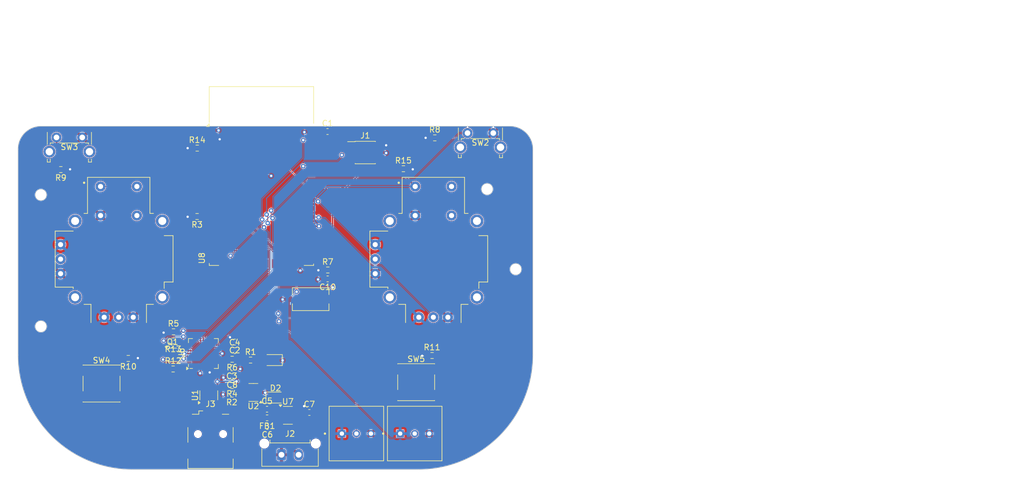
<source format=kicad_pcb>
(kicad_pcb (version 20240108) (generator "pcbnew") (generator_version "8.0")
  (layers (0 "F.Cu" signal) (1 "In1.Cu" signal) (2 "In2.Cu" signal) (31 "B.Cu" signal) (34 "B.Paste" user) (35 "F.Paste" user) (36 "B.SilkS" user "B.Silkscreen") (37 "F.SilkS" user "F.Silkscreen") (38 "B.Mask" user) (39 "F.Mask" user) (44 "Edge.Cuts" user))
  (net 0 "")
  (net 1 "VIN")
  (net 2 "GND")
  (net 3 "BT")
  (net 4 "+3.3V")
  (net 5 "EN")
  (net 6 "Net-(D1-A)")
  (net 7 "RX")
  (net 8 "TX")
  (net 9 "Net-(U2-PROG)")
  (net 10 "IO13")
  (net 11 "IO15")
  (net 12 "IO12")
  (net 13 "Net-(U7-EN)")
  (net 14 "IO35")
  (net 15 "+5V")
  (net 16 "Net-(D2-A)")
  (net 17 "Net-(D2-K)")
  (net 18 "Net-(J3-D+)")
  (net 19 "IO5")
  (net 20 "IO6")
  (net 21 "Net-(J3-D-)")
  (net 22 "Net-(Q1A-E1)")
  (net 23 "Net-(Q1B-E2)")
  (net 24 "Net-(Q1A-B1)")
  (net 25 "Net-(Q1B-B2)")
  (net 26 "Net-(U6-~{RST})")
  (net 27 "USBN")
  (net 28 "USBP")
  (net 41 "IO10")
  (net 42 "IO11")
  (net 43 "IO40")
  (net 44 "IO38")
  (net 45 "IO37")
  (net 46 "IO8")
  (net 47 "IO7")
  (net 48 "IO17")
  (net 49 "IO18")
  (net 50 "IO9")
  (net 67 "/STDEsp32/GPIO14")
  (net 71 "/STDEsp32/GPIO2")
  (net 73 "/STDEsp32/GPIO16")
  (net 79 "/STDEsp32/GPIO4")
  (footprint "Resistor_SMD:R_0603_1608Metric" (layer "F.Cu") (at 58.2625 119.3 180)
    (property "Reference" "R13")
    (property "Value" "10k")
  )
  (footprint "GL_Diverse:POT-COM_09806" (layer "F.Cu") (at 100.49 135.5)
    (property "Reference" "POT1" (hide yes))
    (property "Value" "COM-09806" (hide yes))
  )
  (footprint "Package_TO_SOT_SMD:SOT-363_SC-70-6" (layer "F.Cu") (at 58.1675 121.725)
    (property "Reference" "Q1")
    (property "Value" "BC846BS")
  )
  (footprint "Button_Switch_SMD:SW_SPST_PTS645" (layer "F.Cu") (at 100.75 126.515)
    (property "Reference" "SW5")
    (property "Value" "SW_Push")
  )
  (footprint "GL_Diverse:POT-COM-09032" (layer "F.Cu") (at 103.75 105)
    (property "Reference" "U4" (hide yes))
    (property "Value" "COM-09032" (hide yes))
  )
  (footprint "Package_TO_SOT_SMD:SOT-23-5" (layer "F.Cu") (at 72.2875 128.3 180)
    (property "Reference" "U2")
    (property "Value" "MCP73832-2-OT")
  )
  (footprint "Resistor_SMD:R_0603_1608Metric" (layer "F.Cu") (at 68.525 128.6 180)
    (property "Reference" "R2")
    (property "Value" "2k")
  )
  (footprint "Capacitor_SMD:C_0603_1608Metric" (layer "F.Cu") (at 68.525 124 180)
    (property "Reference" "C3")
    (property "Value" "1uF")
  )
  (footprint "RF_Module:ESP32-S2-WROVER" (layer "F.Cu") (at 73.7 94.3)
    (property "Reference" "U8")
    (property "Value" "ESP32-S2-WROVER")
  )
  (footprint "LED_SMD:LED_0805_2012Metric" (layer "F.Cu") (at 76.1625 129.2)
    (property "Reference" "D2")
    (property "Value" "Chrg")
  )
  (footprint "Resistor_SMD:R_0603_1608Metric" (layer "F.Cu") (at 62.45 97.55 180)
    (property "Reference" "R3")
    (property "Value" "4.7k")
  )
  (footprint "LED_SMD:LED_0805_2012Metric" (layer "F.Cu") (at 75.6625 122.65 180)
    (property "Reference" "D1" (hide yes))
    (property "Value" "PWR ON" (hide yes))
  )
  (footprint "Inductor_SMD:L_0603_1608Metric" (layer "F.Cu") (at 74.6875 132.74 180)
    (property "Reference" "FB1")
    (property "Value" "Ferrite Bead")
  )
  (footprint "Button_Switch_THT:SW_Tactile_SPST_Angled_PTS645Vx39-2LFS" (layer "F.Cu") (at 37.875 83.7275)
    (property "Reference" "SW3")
    (property "Value" "SW_Push")
  )
  (footprint "Resistor_SMD:R_0603_1608Metric" (layer "F.Cu") (at 85.3 106.9)
    (property "Reference" "R7")
    (property "Value" "4.7k")
  )
  (footprint "Capacitor_SMD:C_0603_1608Metric" (layer "F.Cu") (at 85.25 82.7)
    (property "Reference" "C1")
    (property "Value" "0.1uf")
  )
  (footprint "Capacitor_SMD:C_0603_1608Metric" (layer "F.Cu") (at 85.275 108.45 180)
    (property "Reference" "C10")
    (property "Value" "0.1uf")
  )
  (footprint "Resistor_SMD:R_0603_1608Metric" (layer "F.Cu") (at 58.325 117.7)
    (property "Reference" "R5")
    (property "Value" "10K")
  )
  (footprint "Resistor_SMD:R_0603_1608Metric" (layer "F.Cu") (at 58.2625 124.2)
    (property "Reference" "R12")
    (property "Value" "10k")
  )
  (footprint "Connector_USB:USB_Mini-B_Wuerth_65100516121_Horizontal" (layer "F.Cu") (at 64.8 135.575)
    (property "Reference" "J3")
    (property "Value" "USB_A")
  )
  (footprint "Package_TO_SOT_SMD:SOT-23-5" (layer "F.Cu") (at 78.325 132.3)
    (property "Reference" "U7")
    (property "Value" "AP2112K-3.3")
  )
  (footprint "Resistor_SMD:R_0603_1608Metric" (layer "F.Cu") (at 98.5125 89.2)
    (property "Reference" "R15")
    (property "Value" "4.7k")
  )
  (footprint "Resistor_SMD:R_0603_1608Metric" (layer "F.Cu") (at 62.475 85.6)
    (property "Reference" "R14")
    (property "Value" "10K")
  )
  (footprint "Connector_Molex:Molex_Micro-Fit_3.0_43650-0215_1x02_P3.00mm_Vertical" (layer "F.Cu") (at 77.2 139.2)
    (property "Reference" "J2")
    (property "Value" "Bat")
  )
  (footprint "Capacitor_SMD:C_0603_1608Metric" (layer "F.Cu") (at 69.025 121)
    (property "Reference" "C4")
    (property "Value" "10u")
  )
  (footprint "Resistor_SMD:R_0603_1608Metric" (layer "F.Cu") (at 104 83.8)
    (property "Reference" "R8")
    (property "Value" "4.7k")
  )
  (footprint "Resistor_SMD:R_0603_1608Metric" (layer "F.Cu") (at 38.6375 89.35 180)
    (property "Reference" "R9")
    (property "Value" "4.7k")
  )
  (footprint "Button_Switch_SMD:SW_Tactile_SPST_NO_Straight_CK_PTS636Sx25SMTRLFS" (layer "F.Cu") (at 82.3 112)
    (property "Reference" "BT3" (hide yes))
    (property "Value" "SW_Push" (hide yes))
  )
  (footprint "Capacitor_SMD:C_0603_1608Metric" (layer "F.Cu") (at 74.675 131.24)
    (property "Reference" "C5")
    (property "Value" "10nF")
  )
  (footprint "Capacitor_SMD:C_0603_1608Metric" (layer "F.Cu") (at 69.025 119.5 180)
    (property "Reference" "C2")
    (property "Value" "100n")
  )
  (footprint "Package_DFN_QFN:QFN-28-1EP_5x5mm_P0.5mm_EP3.35x3.35mm" (layer "F.Cu") (at 63.55 121.5 90)
    (property "Reference" "U6")
    (property "Value" "CP2102N-Axx-xQFN28")
  )
  (footprint "Button_Switch_SMD:SW_SPST_PTS645" (layer "F.Cu") (at 45.75 126.75)
    (property "Reference" "SW4")
    (property "Value" "SW_Push")
  )
  (footprint "Capacitor_SMD:C_0603_1608Metric" (layer "F.Cu") (at 68.575 125.55 180)
    (property "Reference" "C8")
    (property "Value" "1uF")
  )
  (footprint "Resistor_SMD:R_0603_1608Metric" (layer "F.Cu") (at 71.8 122.65)
    (property "Reference" "R1")
    (property "Value" "330")
  )
  (footprint "GL_Diverse:POT-COM-09032" (layer "F.Cu") (at 48.75 105)
    (property "Reference" "U5" (hide yes))
    (property "Value" "COM-09032" (hide yes))
  )
  (footprint "Resistor_SMD:R_0603_1608Metric" (layer "F.Cu") (at 103.525 121.85)
    (property "Reference" "R11")
    (property "Value" "4.7k")
  )
  (footprint "Capacitor_SMD:C_0603_1608Metric" (layer "F.Cu") (at 74.725 134.25 180)
    (property "Reference" "C6")
    (property "Value" "1uF")
  )
  (footprint "Capacitor_SMD:C_0603_1608Metric" (layer "F.Cu") (at 82.075 131.8)
    (property "Reference" "C7")
    (property "Value" "1uF")
  )
  (footprint "Resistor_SMD:R_0603_1608Metric" (layer "F.Cu") (at 50.425 122.35 180)
    (property "Reference" "R10")
    (property "Value" "4.7k")
  )
  (footprint "Package_TO_SOT_SMD:SOT-23-6" (layer "F.Cu") (at 64.5 128.8 90)
    (property "Reference" "U1")
    (property "Value" "USBLC6-2SC6")
  )
  (footprint "Resistor_SMD:R_0603_1608Metric" (layer "F.Cu") (at 68.575 122.5 180)
    (property "Reference" "R6")
    (property "Value" "1k")
  )
  (footprint "Button_Switch_THT:SW_Tactile_SPST_Angled_PTS645Vx39-2LFS" (layer "F.Cu") (at 109.725 82.9625)
    (property "Reference" "SW2")
    (property "Value" "SW_Push")
  )
  (footprint "Resistor_SMD:R_0603_1608Metric" (layer "F.Cu") (at 68.55 127.1 180)
    (property "Reference" "R4")
    (property "Value" "330")
  )
  (footprint "GL_Diverse:POT-COM_09806" (layer "F.Cu") (at 90.3 135.5)
    (property "Reference" "POT2" (hide yes))
    (property "Value" "COM-09806" (hide yes))
  )
  (footprint "Connector_PinHeader_1.27mm:PinHeader_2x03_P1.27mm_Vertical_SMD" (layer "F.Cu") (at 91.85 86.37)
    (property "Reference" "J1")
    (property "Value" "Prog")
  )
  (gr_circle (center 118.15 106.765) (end 119.15 106.765) (stroke (width 0.1)) (fill none) (layer "Edge.Cuts"))
  (gr_line (start 121.15 121.765) (end 121.15 85.765) (stroke (width 0.1)) (layer "Edge.Cuts"))
  (gr_arc (start 121.15 121.765) (mid 115.292136 135.907136) (end 101.15 141.765) (stroke (width 0.1)) (layer "Edge.Cuts"))
  (gr_arc (start 31.15 85.765) (mid 32.321573 82.936573) (end 35.15 81.765) (stroke (width 0.1)) (layer "Edge.Cuts"))
  (gr_arc (start 117.15 81.765) (mid 119.978427 82.936573) (end 121.15 85.765) (stroke (width 0.1)) (layer "Edge.Cuts"))
  (gr_arc (start 51.15 141.765) (mid 37.007864 135.907136) (end 31.15 121.765) (stroke (width 0.1)) (layer "Edge.Cuts"))
  (gr_line (start 35.15 81.765) (end 117.15 81.765) (stroke (width 0.1)) (layer "Edge.Cuts"))
  (gr_circle (center 113.15 92.765) (end 114.15 92.765) (stroke (width 0.1)) (fill none) (layer "Edge.Cuts"))
  (gr_circle (center 35.15 93.765) (end 36.15 93.765) (stroke (width 0.1)) (fill none) (layer "Edge.Cuts"))
  (gr_circle (center 35.15 116.765) (end 36.15 116.765) (stroke (width 0.1)) (fill none) (layer "Edge.Cuts"))
  (gr_line (start 31.15 85.765) (end 31.15 121.765) (stroke (width 0.1)) (layer "Edge.Cuts"))
  (gr_line (start 51.15 141.765) (end 101.15 141.765) (stroke (width 0.1)) (layer "Edge.Cuts"))
  (segment (start 73.9 131.24) (end 72.0395 129.3795) (width 0.254) (layer "F.Cu") (net 1))
  (segment (start 76.075 135.075) (end 73.480592 135.075) (width 0.5) (layer "F.Cu") (net 1))
  (segment (start 73.480592 135.075) (end 73.15 134.744408) (width 0.5) (layer "F.Cu") (net 1))
  (segment (start 73.15 133.49) (end 73.9 132.74) (width 0.5) (layer "F.Cu") (net 1))
  (segment (start 72.0395 129.3795) (end 72.0395 128.485684) (width 0.254) (layer "F.Cu") (net 1))
  (segment (start 80.2 139.2) (end 76.075 135.075) (width 0.5) (layer "F.Cu") (net 1))
  (segment (start 73.175184 127.35) (end 73.425 127.35) (width 0.254) (layer "F.Cu") (net 1))
  (segment (start 73.15 134.744408) (end 73.15 133.49) (width 0.5) (layer "F.Cu") (net 1))
  (segment (start 73.9 132.74) (end 73.9 131.24) (width 0.254) (layer "F.Cu") (net 1))
  (segment (start 72.0395 128.485684) (end 73.175184 127.35) (width 0.254) (layer "F.Cu") (net 1))
  (segment (start 83.7 108.45) (end 83.6 108.55) (width 0.254) (layer "F.Cu") (net 2))
  (segment (start 93.8 86.37) (end 95.42 86.37) (width 0.254) (layer "F.Cu") (net 2))
  (segment (start 74.3 128.3) (end 74.35 128.35) (width 0.254) (layer "F.Cu") (net 2))
  (segment (start 66 121.5) (end 63.55 121.5) (width 0.127) (layer "F.Cu") (net 2))
  (segment (start 67.7 128.6) (end 67.05 128.6) (width 0.254) (layer "F.Cu") (net 2))
  (segment (start 82.4 82.7) (end 82.325 82.625) (width 0.254) (layer "F.Cu") (net 2))
  (segment (start 63.05 124.8865) (end 62.9865 124.95) (width 0.127) (layer "F.Cu") (net 2))
  (segment (start 69.3 124) (end 69.8 124) (width 0.254) (layer "F.Cu") (net 2))
  (segment (start 78.425 112) (end 77.45 112) (width 0.254) (layer "F.Cu") (net 2))
  (segment (start 81.375 82.625) (end 81.2 82.8) (width 0.254) (layer "F.Cu") (net 2))
  (segment (start 67.05 128.6) (end 67 128.65) (width 0.254) (layer "F.Cu") (net 2))
  (segment (start 63.05 122) (end 63.55 121.5) (width 0.127) (layer "F.Cu") (net 2))
  (segment (start 63.05 123.95) (end 63.05 124.8865) (width 0.127) (layer "F.Cu") (net 2))
  (segment (start 80.45 106.95) (end 80.5 107) (width 0.254) (layer "F.Cu") (net 2))
  (segment (start 84.5 108.45) (end 83.7 108.45) (width 0.254) (layer "F.Cu") (net 2))
  (segment (start 67.8 125.55) (end 67.2 125.55) (width 0.254) (layer "F.Cu") (net 2))
  (segment (start 65.075 82.525) (end 66.175 82.525) (width 0.254) (layer "F.Cu") (net 2))
  (segment (start 66.175 82.525) (end 66.2 82.5) (width 0.254) (layer "F.Cu") (net 2))
  (segment (start 80.45 105.775) (end 80.45 106.95) (width 0.254) (layer "F.Cu") (net 2))
  (segment (start 72.51 90.565) (end 75.285 90.565) (width 0.254) (layer "F.Cu") (net 2))
  (segment (start 63.05 123.95) (end 63.05 122) (width 0.127) (layer "F.Cu") (net 2))
  (segment (start 77.1875 132.3) (end 76.51 132.3) (width 0.254) (layer "F.Cu") (net 2))
  (segment (start 74.8105 131.8795) (end 75.45 131.24) (width 0.254) (layer "F.Cu") (net 2))
  (segment (start 77.45 112) (end 77.4 112.05) (width 0.254) (layer "F.Cu") (net 2))
  (segment (start 66 121.5) (end 66.85 121.5) (width 0.127) (layer "F.Cu") (net 2))
  (segment (start 82.325 82.625) (end 81.375 82.625) (width 0.254) (layer "F.Cu") (net 2))
  (segment (start 95.42 86.37) (end 95.5 86.45) (width 0.254) (layer "F.Cu") (net 2))
  (segment (start 73.95 134.25) (end 74.8105 133.3895) (width 0.254) (layer "F.Cu") (net 2))
  (segment (start 73.425 128.3) (end 74.3 128.3) (width 0.254) (layer "F.Cu") (net 2))
  (segment (start 69.8 124) (end 70 124.2) (width 0.254) (layer "F.Cu") (net 2))
  (segment (start 77.35 122.65) (end 77.4 122.7) (width 0.5) (layer "F.Cu") (net 2))
  (segment (start 76.51 132.3) (end 75.45 131.24) (width 0.254) (layer "F.Cu") (net 2))
  (segment (start 67.2 125.55) (end 67.05 125.7) (width 0.254) (layer "F.Cu") (net 2))
  (segment (start 75.285 90.565) (end 75.4 90.45) (width 0.254) (layer "F.Cu") (net 2))
  (segment (start 74.8105 133.3895) (end 74.8105 131.8795) (width 0.254) (layer "F.Cu") (net 2))
  (segment (start 76.6 122.65) (end 77.35 122.65) (width 0.5) (layer "F.Cu") (net 2))
  (segment (start 84.475 82.7) (end 82.4 82.7) (width 0.254) (layer "F.Cu") (net 2))
  (via (at 66.2 82.5) (size 0.8) (drill 0.4) (layers "F.Cu" "B.Cu") (net 2))
  (via (at 81.2 82.8) (size 0.8) (drill 0.4) (layers "F.Cu" "B.Cu") (net 2))
  (via (at 62.9865 124.95) (size 0.8) (drill 0.4) (layers "F.Cu" "B.Cu") (net 2))
  (via (at 80.5 107) (size 0.8) (drill 0.4) (layers "F.Cu" "B.Cu") (net 2))
  (via (at 67 128.65) (size 0.8) (drill 0.4) (layers "F.Cu" "B.Cu") (net 2))
  (via (at 67.05 125.7) (size 0.8) (drill 0.4) (layers "F.Cu" "B.Cu") (net 2))
  (via (at 77.4 122.7) (size 0.8) (drill 0.4) (layers "F.Cu" "B.Cu") (net 2))
  (via (at 70 124.2) (size 0.8) (drill 0.4) (layers "F.Cu" "B.Cu") (net 2))
  (via (at 75.4 90.45) (size 0.8) (drill 0.4) (layers "F.Cu" "B.Cu") (net 2))
  (via (at 66.85 121.5) (size 0.8) (drill 0.4) (layers "F.Cu" "B.Cu") (net 2))
  (via (at 83.6 108.55) (size 0.8) (drill 0.4) (layers "F.Cu" "B.Cu") (net 2))
  (via (at 77.4 112.05) (size 0.8) (drill 0.4) (layers "F.Cu" "B.Cu") (net 2))
  (via (at 95.5 86.45) (size 0.8) (drill 0.4) (layers "F.Cu" "B.Cu") (net 2))
  (via (at 74.35 128.35) (size 0.8) (drill 0.4) (layers "F.Cu" "B.Cu") (net 2))
  (segment (start 86.05 108.45) (end 86.05 108.85) (width 0.254) (layer "F.Cu") (net 3))
  (segment (start 65.075 85.525) (end 74.7865 85.525) (width 0.127) (layer "F.Cu") (net 3))
  (segment (start 65 85.6) (end 65.075 85.525) (width 0.25) (layer "F.Cu") (net 3))
  (segment (start 93.36 87.64) (end 93.8 87.64) (width 0.254) (layer "F.Cu") (net 3))
  (segment (start 86.125 106.9) (end 86.125 94.875) (width 0.254) (layer "F.Cu") (net 3))
  (segment (start 86.175 108.975) (end 86.175 109.95) (width 0.254) (layer "F.Cu") (net 3))
  (segment (start 63.3 85.6) (end 65 85.6) (width 0.25) (layer "F.Cu") (net 3))
  (segment (start 86.125 108.375) (end 86.05 108.45) (width 0.254) (layer "F.Cu") (net 3))
  (segment (start 81.773 92.5115) (end 87.4115 92.5115) (width 0.127) (layer "F.Cu") (net 3))
  (segment (start 57.2175 122.375) (end 56.675 122.375) (width 0.127) (layer "F.Cu") (net 3))
  (segment (start 86.125 94.875) (end 93.36 87.64) (width 0.254) (layer "F.Cu") (net 3))
  (segment (start 56.675 122.375) (end 56.5 122.55) (width 0.127) (layer "F.Cu") (net 3))
  (segment (start 74.7865 85.525) (end 81.773 92.5115) (width 0.127) (layer "F.Cu") (net 3))
  (segment (start 87.4115 92.5115) (end 87.95 93.05) (width 0.127) (layer "F.Cu") (net 3))
  (segment (start 86.125 106.9) (end 86.125 108.375) (width 0.254) (layer "F.Cu") (net 3))
  (segment (start 86.05 108.85) (end 86.175 108.975) (width 0.254) (layer "F.Cu") (net 3))
  (segment (start 86.175 109.95) (end 86.175 112) (width 0.254) (layer "F.Cu") (net 3))
  (via (at 56.5 122.55) (size 0.8) (drill 0.4) (layers "F.Cu" "B.Cu") (net 3))
  (via (at 86.175 109.95) (size 0.8) (drill 0.4) (layers "F.Cu" "B.Cu") (net 3))
  (segment (start 56.5 122.55) (end 56.95 123) (width 0.127) (layer "B.Cu") (net 3))
  (segment (start 86.125 109.9) (end 86.175 109.95) (width 0.127) (layer "B.Cu") (net 3))
  (segment (start 76.1 109.9) (end 86.125 109.9) (width 0.127) (layer "B.Cu") (net 3))
  (segment (start 56.95 123) (end 63 123) (width 0.127) (layer "B.Cu") (net 3))
  (segment (start 63 123) (end 76.1 109.9) (width 0.127) (layer "B.Cu") (net 3))
  (segment (start 81.3 130.85) (end 81.15 130.7) (width 0.254) (layer "F.Cu") (net 4))
  (segment (start 68.25 119.5) (end 68.25 121) (width 0.5) (layer "F.Cu") (net 4))
  (segment (start 65.075 84.025) (end 66.375 84.025) (width 0.254) (layer "F.Cu") (net 4))
  (segment (start 99.3375 89.2) (end 100.05 89.2) (width 0.254) (layer "F.Cu") (net 4))
  (segment (start 70.975 122.65) (end 69.55 122.65) (width 0.5) (layer "F.Cu") (net 4))
  (segment (start 66.375 84.025) (end 66.4 84.05) (width 0.254) (layer "F.Cu") (net 4))
  (segment (start 93.8 85.1) (end 95.5 85.1) (width 0.254) (layer "F.Cu") (net 4))
  (segment (start 65.05 124.4) (end 64.65 124.8) (width 0.127) (layer "F.Cu") (net 4))
  (segment (start 39.4625 89.35) (end 40.2 89.35) (width 0.254) (layer "F.Cu") (net 4))
  (segment (start 60.85 97.55) (end 60.8 97.6) (width 0.25) (layer "F.Cu") (net 4))
  (segment (start 51.25 122.35) (end 52.05 122.35) (width 0.25) (layer "F.Cu") (net 4))
  (segment (start 64.55 124.7) (end 64.65 124.8) (width 0.127) (layer "F.Cu") (net 4))
  (segment (start 68.25 118.7) (end 68.2 118.65) (width 0.5) (layer "F.Cu") (net 4))
  (segment (start 84.475 106.9) (end 83.7 106.9) (width 0.254) (layer "F.Cu") (net 4))
  (segment (start 61.65 85.6) (end 60.8 85.6) (width 0.25) (layer "F.Cu") (net 4))
  (segment (start 103.175 83.8) (end 102.4 83.8) (width 0.25) (layer "F.Cu") (net 4))
  (segment (start 68.25 119.5) (end 68.25 118.7) (width 0.5) (layer "F.Cu") (net 4))
  (segment (start 69.4 122.15) (end 68.25 121) (width 0.5) (layer "F.Cu") (net 4))
  (segment (start 56.75 117.7) (end 56.6 117.85) (width 0.127) (layer "F.Cu") (net 4))
  (segment (start 81.3 131.8) (end 81.3 130.85) (width 0.254) (layer "F.Cu") (net 4))
  (segment (start 69.4 122.5) (end 69.4 122.15) (width 0.5) (layer "F.Cu") (net 4))
  (segment (start 102.7 121.85) (end 101.85 121.85) (width 0.25) (layer "F.Cu") (net 4))
  (segment (start 57.5 117.7) (end 56.75 117.7) (width 0.127) (layer "F.Cu") (net 4))
  (segment (start 65.05 123.95) (end 65.05 124.4) (width 0.127) (layer "F.Cu") (net 4))
  (segment (start 100.05 89.2) (end 100.15 89.3) (width 0.254) (layer "F.Cu") (net 4))
  (segment (start 52.05 122.35) (end 52.1 122.3) (width 0.25) (layer "F.Cu") (net 4))
  (segment (start 101.85 121.85) (end 101.8 121.9) (width 0.25) (layer "F.Cu") (net 4))
  (segment (start 67.75 124) (end 67.9 124) (width 0.5) (layer "F.Cu") (net 4))
  (segment (start 67.9 124) (end 69.4 122.5) (width 0.5) (layer "F.Cu") (net 4))
  (segment (start 83.7 106.9) (end 83.65 106.95) (width 0.254) (layer "F.Cu") (net 4))
  (segment (start 80.85 131.35) (end 81.3 131.8) (width 0.254) (layer "F.Cu") (net 4))
  (segment (start 40.2 89.35) (end 40.25 89.3) (width 0.254) (layer "F.Cu") (net 4))
  (segment (start 64.55 123.95) (end 64.55 124.7) (width 0.127) (layer "F.Cu") (net 4))
  (segment (start 79.4625 131.35) (end 80.85 131.35) (width 0.254) (layer "F.Cu") (net 4))
  (segment (start 69.55 122.65) (end 69.4 122.5) (width 0.5) (layer "F.Cu") (net 4))
  (segment (start 61.625 97.55) (end 60.85 97.55) (width 0.25) (layer "F.Cu") (net 4))
  (via (at 64.65 124.8) (size 0.8) (drill 0.4) (layers "F.Cu" "B.Cu") (net 4))
  (via (at 95.5 85.1) (size 0.8) (drill 0.4) (layers "F.Cu" "B.Cu") (net 4))
  (via (at 68.2 118.65) (size 0.8) (drill 0.4) (layers "F.Cu" "B.Cu") (net 4))
  (via (at 102.4 83.8) (size 0.8) (drill 0.4) (layers "F.Cu" "B.Cu") (net 4))
  (via (at 40.25 89.3) (size 0.8) (drill 0.4) (layers "F.Cu" "B.Cu") (net 4))
  (via (at 100.15 89.3) (size 0.8) (drill 0.4) (layers "F.Cu" "B.Cu") (net 4))
  (via (at 60.8 85.6) (size 0.8) (drill 0.4) (layers "F.Cu" "B.Cu") (net 4))
  (via (at 83.65 106.95) (size 0.8) (drill 0.4) (layers "F.Cu" "B.Cu") (net 4))
  (via (at 56.6 117.85) (size 0.8) (drill 0.4) (layers "F.Cu" "B.Cu") (net 4))
  (via (at 52.1 122.3) (size 0.8) (drill 0.4) (layers "F.Cu" "B.Cu") (net 4))
  (via (at 101.8 121.9) (size 0.8) (drill 0.4) (layers "F.Cu" "B.Cu") (net 4))
  (via (at 60.8 97.6) (size 0.8) (drill 0.4) (layers "F.Cu" "B.Cu") (net 4))
  (via (at 66.4 84.05) (size 0.8) (drill 0.4) (layers "F.Cu" "B.Cu") (net 4))
  (via (at 81.15 130.7) (size 0.8) (drill 0.4) (layers "F.Cu" "B.Cu") (net 4))
  (segment (start 81 84.2) (end 81.175 84.025) (width 0.127) (layer "F.Cu") (net 5))
  (segment (start 88.425 85.1) (end 86.025 82.7) (width 0.254) (layer "F.Cu") (net 5))
  (segment (start 59.1175 121.075) (end 58.524 120.4815) (width 0.127) (layer "F.Cu") (net 5))
  (segment (start 59.85 117.7) (end 60.05 117.5) (width 0.127) (layer "F.Cu") (net 5))
  (segment (start 58.524 118.326) (end 59.15 117.7) (width 0.127) (layer "F.Cu") (net 5))
  (segment (start 82.325 84.025) (end 84.7 84.025) (width 0.254) (layer "F.Cu") (net 5))
  (segment (start 74.15 99.45) (end 73.826545 99.126545) (width 0.127) (layer "F.Cu") (net 5))
  (segment (start 73.826545 99.126545) (end 73.826545 98.076545) (width 0.127) (layer "F.Cu") (net 5))
  (segment (start 89.9 85.1) (end 88.425 85.1) (width 0.254) (layer "F.Cu") (net 5))
  (segment (start 81.175 84.025) (end 82.325 84.025) (width 0.127) (layer "F.Cu") (net 5))
  (segment (start 59.15 117.7) (end 59.85 117.7) (width 0.127) (layer "F.Cu") (net 5))
  (segment (start 58.524 120.4815) (end 58.524 118.326) (width 0.127) (layer "F.Cu") (net 5))
  (segment (start 84.7 84.025) (end 86.025 82.7) (width 0.254) (layer "F.Cu") (net 5))
  (via (at 74.15 99.45) (size 0.8) (drill 0.4) (layers "F.Cu" "B.Cu") (net 5))
  (via (at 73.826545 98.076545) (size 0.8) (drill 0.4) (layers "F.Cu" "B.Cu") (net 5))
  (via (at 60.05 117.5) (size 0.8) (drill 0.4) (layers "F.Cu" "B.Cu") (net 5))
  (via (at 81 84.2) (size 0.8) (drill 0.4) (layers "F.Cu" "B.Cu") (net 5))
  (segment (start 60.05 117.5) (end 64.278974 117.5) (width 0.127) (layer "B.Cu") (net 5))
  (segment (start 64.278974 117.5) (end 67.789487 113.989487) (width 0.127) (layer "B.Cu") (net 5))
  (segment (start 81 87.3) (end 81 84.2) (width 0.127) (layer "B.Cu") (net 5))
  (segment (start 73.826545 94.473455) (end 81 87.3) (width 0.127) (layer "B.Cu") (net 5))
  (segment (start 73.826545 98.076545) (end 73.826545 94.473455) (width 0.127) (layer "B.Cu") (net 5))
  (segment (start 74.989487 100.289487) (end 74.15 99.45) (width 0.127) (layer "B.Cu") (net 5))
  (segment (start 74.989487 106.789487) (end 74.989487 100.289487) (width 0.127) (layer "B.Cu") (net 5))
  (segment (start 67.789487 113.989487) (end 74.989487 106.789487) (width 0.127) (layer "B.Cu") (net 5))
  (segment (start 74.725 122.65) (end 72.625 122.65) (width 0.5) (layer "F.Cu") (net 6))
  (segment (start 61.1 122) (end 60.5365 122) (width 0.127) (layer "F.Cu") (net 7))
  (segment (start 88.56 87.64) (end 87.575 88.625) (width 0.254) (layer "F.Cu") (net 7))
  (segment (start 75.65 97.85) (end 75.401545 97.601545) (width 0.127) (layer "F.Cu") (net 7))
  (segment (start 89.9 87.64) (end 88.56 87.64) (width 0.254) (layer "F.Cu") (net 7))
  (segment (start 81 88.75) (end 81.125 88.625) (width 0.127) (layer "F.Cu") (net 7))
  (segment (start 75.401545 97.601545) (end 75.401545 96.501545) (width 0.127) (layer "F.Cu") (net 7))
  (segment (start 60.5365 122) (end 60.1 122.4365) (width 0.127) (layer "F.Cu") (net 7))
  (segment (start 87.575 88.625) (end 82.325 88.625) (width 0.254) (layer "F.Cu") (net 7))
  (segment (start 81.125 88.625) (end 82.325 88.625) (width 0.127) (layer "F.Cu") (net 7))
  (via (at 75.65 97.85) (size 0.8) (drill 0.4) (layers "F.Cu" "B.Cu") (net 7))
  (via (at 75.401545 96.501545) (size 0.8) (drill 0.4) (layers "F.Cu" "B.Cu") (net 7))
  (via (at 60.1 122.4365) (size 0.8) (drill 0.4) (layers "F.Cu" "B.Cu") (net 7))
  (via (at 81 88.75) (size 0.8) (drill 0.4) (layers "F.Cu" "B.Cu") (net 7))
  (segment (start 75.401545 96.501545) (end 75.70309 96.2) (width 0.127) (layer "B.Cu") (net 7))
  (segment (start 60.111778 122.4365) (end 70.848278 111.7) (width 0.127) (layer "B.Cu") (net 7))
  (segment (start 75.70309 96.2) (end 75.70309 94.04691) (width 0.127) (layer "B.Cu") (net 7))
  (segment (start 75.70309 94.04691) (end 81 88.75) (width 0.127) (layer "B.Cu") (net 7))
  (segment (start 75.548278 102.301722) (end 75.65 102.2) (width 0.127) (layer "B.Cu") (net 7))
  (segment (start 75.548278 107) (end 75.548278 102.301722) (width 0.127) (layer "B.Cu") (net 7))
  (segment (start 70.848278 111.7) (end 75.548278 107) (width 0.127) (layer "B.Cu") (net 7))
  (segment (start 75.65 102.2) (end 75.65 97.85) (width 0.127) (layer "B.Cu") (net 7))
  (segment (start 60.1 122.4365) (end 60.111778 122.4365) (width 0.127) (layer "B.Cu") (net 7))
  (segment (start 61.1 121.5) (end 60.251368 121.5) (width 0.127) (layer "F.Cu") (net 8))
  (segment (start 91.327 86.827) (end 90.87 86.37) (width 0.254) (layer "F.Cu") (net 8))
  (segment (start 60.251368 121.5) (end 60.212185 121.539183) (width 0.127) (layer "F.Cu") (net 8))
  (segment (start 74.8 97.4) (end 74.6 97.2) (width 0.127) (layer "F.Cu") (net 8))
  (segment (start 89.439 90.125) (end 91.327 88.237) (width 0.254) (layer "F.Cu") (net 8))
  (segment (start 91.327 88.237) (end 91.327 86.827) (width 0.254) (layer "F.Cu") (net 8))
  (segment (start 90.87 86.37) (end 89.9 86.37) (width 0.254) (layer "F.Cu") (net 8))
  (segment (start 87.75 86.8) (end 88.18 86.37) (width 0.127) (layer "F.Cu") (net 8))
  (segment (start 74.8 98.7) (end 74.8 97.4) (width 0.127) (layer "F.Cu") (net 8))
  (segment (start 82.325 90.125) (end 89.439 90.125) (width 0.254) (layer "F.Cu") (net 8))
  (segment (start 88.18 86.37) (end 89.9 86.37) (width 0.127) (layer "F.Cu") (net 8))
  (via (at 60.212185 121.539183) (size 0.8) (drill 0.4) (layers "F.Cu" "B.Cu") (net 8))
  (via (at 74.6 97.2) (size 0.8) (drill 0.4) (layers "F.Cu" "B.Cu") (net 8))
  (via (at 74.8 98.7) (size 0.8) (drill 0.4) (layers "F.Cu" "B.Cu") (net 8))
  (via (at 87.75 86.8) (size 0.8) (drill 0.4) (layers "F.Cu" "B.Cu") (net 8))
  (segment (start 60.212185 121.539183) (end 60.688069 121.539183) (width 0.127) (layer "B.Cu") (net 8))
  (segment (start 87.75 87.1) (end 87.75 86.8) (width 0.127) (layer "B.Cu") (net 8))
  (segment (start 60.688069 121.411931) (end 75.25 106.85) (width 0.127) (layer "B.Cu") (net 8))
  (segment (start 74.6 94.35309) (end 81.10309 87.85) (width 0.127) (layer "B.Cu") (net 8))
  (segment (start 74.6 97.2) (end 74.6 94.35309) (width 0.127) (layer "B.Cu") (net 8))
  (segment (start 87 87.85) (end 87.75 87.1) (width 0.127) (layer "B.Cu") (net 8))
  (segment (start 75.25 99.15) (end 74.8 98.7) (width 0.127) (layer "B.Cu") (net 8))
  (segment (start 60.688069 121.539183) (end 60.688069 121.411931) (width 0.127) (layer "B.Cu") (net 8))
  (segment (start 75.25 106.85) (end 75.25 99.15) (width 0.127) (layer "B.Cu") (net 8))
  (segment (start 81.10309 87.85) (end 87 87.85) (width 0.127) (layer "B.Cu") (net 8))
  (segment (start 70 129.25) (end 69.35 128.6) (width 0.254) (layer "F.Cu") (net 9))
  (segment (start 71.15 129.25) (end 70 129.25) (width 0.254) (layer "F.Cu") (net 9))
  (segment (start 38.5145 88.648) (end 40.484712 88.648) (width 0.254) (layer "F.Cu") (net 10))
  (segment (start 37.8125 89.35) (end 37.902 89.2605) (width 0.254) (layer "F.Cu") (net 10))
  (segment (start 37.8125 89.35) (end 38.5145 88.648) (width 0.254) (layer "F.Cu") (net 10))
  (segment (start 56.675 105.025) (end 65.075 105.025) (width 0.254) (layer "F.Cu") (net 10))
  (segment (start 40.877 89.040288) (end 40.877 89.227) (width 0.254) (layer "F.Cu") (net 10))
  (segment (start 37.902 83.7545) (end 37.875 83.7275) (width 0.254) (layer "F.Cu") (net 10))
  (segment (start 40.877 89.227) (end 56.675 105.025) (width 0.254) (layer "F.Cu") (net 10))
  (segment (start 37.902 89.2605) (end 37.902 83.7545) (width 0.254) (layer "F.Cu") (net 10))
  (segment (start 40.484712 88.648) (end 40.877 89.040288) (width 0.254) (layer "F.Cu") (net 10))
  (segment (start 108.8875 83.8) (end 109.725 82.9625) (width 0.127) (layer "F.Cu") (net 11))
  (segment (start 68.3 104.4) (end 68.45 104.55) (width 0.127) (layer "F.Cu") (net 11))
  (segment (start 104.825 83.8) (end 108.8875 83.8) (width 0.127) (layer "F.Cu") (net 11))
  (segment (start 68.45 104.55) (end 68.45 105.775) (width 0.127) (layer "F.Cu") (net 11))
  (via (at 68.3 104.4) (size 0.8) (drill 0.4) (layers "F.Cu" "B.Cu") (net 11))
  (segment (start 108.2875 82.9625) (end 100.45 90.8) (width 0.127) (layer "B.Cu") (net 11))
  (segment (start 81.9 90.8) (end 68.3 104.4) (width 0.127) (layer "B.Cu") (net 11))
  (segment (start 100.45 90.8) (end 81.9 90.8) (width 0.127) (layer "B.Cu") (net 11))
  (segment (start 109.725 82.9625) (end 108.2875 82.9625) (width 0.127) (layer "B.Cu") (net 11))
  (segment (start 72.127 106.752) (end 73.627 106.752) (width 0.254) (layer "F.Cu") (net 12))
  (segment (start 71.029 107.85) (end 72.127 106.752) (width 0.254) (layer "F.Cu") (net 12))
  (segment (start 64.1 107.85) (end 71.029 107.85) (width 0.254) (layer "F.Cu") (net 12))
  (segment (start 73.627 104.716171) (end 72.435829 103.525) (width 0.254) (layer "F.Cu") (net 12))
  (segment (start 49.6 122.35) (end 49.6 124.37) (width 0.254) (layer "F.Cu") (net 12))
  (segment (start 49.6 122.35) (end 64.1 107.85) (width 0.254) (layer "F.Cu") (net 12))
  (segment (start 49.6 124.37) (end 49.73 124.5) (width 0.254) (layer "F.Cu") (net 12))
  (segment (start 72.435829 103.525) (end 65.075 103.525) (width 0.254) (layer "F.Cu") (net 12))
  (segment (start 73.627 106.752) (end 73.627 104.716171) (width 0.254) (layer "F.Cu") (net 12))
  (segment (start 41.77 124.5) (end 49.73 124.5) (width 0.254) (layer "F.Cu") (net 12))
  (segment (start 78.077 131.477) (end 77.95 131.35) (width 0.254) (layer "F.Cu") (net 13))
  (segment (start 77.1875 133.25) (end 77.849999 133.25) (width 0.254) (layer "F.Cu") (net 13))
  (segment (start 75.5 132.765) (end 75.475 132.74) (width 0.254) (layer "F.Cu") (net 13))
  (segment (start 77.1875 133.25) (end 75.985 133.25) (width 0.254) (layer "F.Cu") (net 13))
  (segment (start 77.849999 133.25) (end 78.077 133.022999) (width 0.254) (layer "F.Cu") (net 13))
  (segment (start 75.5 134.25) (end 75.5 132.765) (width 0.254) (layer "F.Cu") (net 13))
  (segment (start 75.985 133.25) (end 75.475 132.74) (width 0.254) (layer "F.Cu") (net 13))
  (segment (start 77.95 131.35) (end 77.1875 131.35) (width 0.254) (layer "F.Cu") (net 13))
  (segment (start 78.077 133.022999) (end 78.077 131.477) (width 0.254) (layer "F.Cu") (net 13))
  (segment (start 69.375 127.1) (end 69.375 126.375) (width 0.254) (layer "F.Cu") (net 15))
  (segment (start 63.023 128.777) (end 63.023 131.123) (width 0.254) (layer "F.Cu") (net 15))
  (segment (start 69.375 127.1) (end 70.9 127.1) (width 0.254) (layer "F.Cu") (net 15))
  (segment (start 63.248 128.552) (end 63.023 128.777) (width 0.254) (layer "F.Cu") (net 15))
  (segment (start 63.2 131.3) (end 63.2 132.975) (width 0.254) (layer "F.Cu") (net 15))
  (segment (start 69.35 125.55) (end 69.35 126.35) (width 0.254) (layer "F.Cu") (net 15))
  (segment (start 66 126.4) (end 66 128.312316) (width 0.254) (layer "F.Cu") (net 15))
  (segment (start 66 123) (end 66 126.4) (width 0.254) (layer "F.Cu") (net 15))
  (segment (start 63.023 131.123) (end 63.2 131.3) (width 0.254) (layer "F.Cu") (net 15))
  (segment (start 70.9 127.1) (end 71.15 127.35) (width 0.254) (layer "F.Cu") (net 15))
  (segment (start 69.375 126.375) (end 69.35 126.35) (width 0.254) (layer "F.Cu") (net 15))
  (segment (start 64.727001 128.552) (end 63.248 128.552) (width 0.254) (layer "F.Cu") (net 15))
  (segment (start 64.727001 128.552) (end 64.5 128.324999) (width 0.254) (layer "F.Cu") (net 15))
  (segment (start 65.760316 128.552) (end 64.727001 128.552) (width 0.254) (layer "F.Cu") (net 15))
  (segment (start 66 128.312316) (end 65.760316 128.552) (width 0.254) (layer "F.Cu") (net 15))
  (segment (start 64.5 128.324999) (end 64.5 127.6625) (width 0.254) (layer "F.Cu") (net 15))
  (via (at 66 126.4) (size 0.8) (drill 0.4) (layers "F.Cu" "B.Cu") (net 15))
  (via (at 69.35 126.35) (size 0.8) (drill 0.4) (layers "F.Cu" "B.Cu") (net 15))
  (segment (start 69.35 126.35) (end 66.05 126.35) (width 0.254) (layer "B.Cu") (net 15))
  (segment (start 66.05 126.35) (end 66 126.4) (width 0.254) (layer "B.Cu") (net 15))
  (segment (start 72.05 127.65) (end 71.802 127.898) (width 0.254) (layer "F.Cu") (net 16))
  (segment (start 74.723 126.823) (end 72.752184 126.823) (width 0.254) (layer "F.Cu") (net 16))
  (segment (start 72.05 127.525184) (end 72.05 127.65) (width 0.254) (layer "F.Cu") (net 16))
  (segment (start 71.802 127.898) (end 68.523 127.898) (width 0.254) (layer "F.Cu") (net 16))
  (segment (start 72.752184 126.823) (end 72.05 127.525184) (width 0.254) (layer "F.Cu") (net 16))
  (segment (start 68.523 127.898) (end 67.725 127.1) (width 0.254) (layer "F.Cu") (net 16))
  (segment (start 77.1 129.2) (end 74.723 126.823) (width 0.254) (layer "F.Cu") (net 16))
  (segment (start 75.225 129.2) (end 73.475 129.2) (width 0.254) (layer "F.Cu") (net 17))
  (segment (start 73.475 129.2) (end 73.425 129.25) (width 0.254) (layer "F.Cu") (net 17))
  (segment (start 65.45 130.8) (end 65.45 129.9375) (width 0.127) (layer "F.Cu") (net 18))
  (segment (start 64.8 132.975) (end 64.8 131.45) (width 0.127) (layer "F.Cu") (net 18))
  (segment (start 64.8 131.45) (end 65.45 130.8) (width 0.127) (layer "F.Cu") (net 18))
  (segment (start 78.0635 107.4135) (end 78.0635 104.802) (width 0.127) (layer "F.Cu") (net 19))
  (segment (start 66.2865 93.025) (end 65.075 93.025) (width 0.127) (layer "F.Cu") (net 19))
  (segment (start 78.0635 104.802) (end 66.2865 93.025) (width 0.127) (layer "F.Cu") (net 19))
  (segment (start 79.85 110.7) (end 79.85 109.2) (width 0.127) (layer "F.Cu") (net 19))
  (segment (start 79.85 109.2) (end 78.0635 107.4135) (width 0.127) (layer "F.Cu") (net 19))
  (via (at 79.85 110.7) (size 0.8) (drill 0.4) (layers "F.Cu" "B.Cu") (net 19))
  (segment (start 78.95 119) (end 78.65 119) (width 0.127) (layer "B.Cu") (net 19))
  (segment (start 78.65 111.9) (end 79.85 110.7) (width 0.127) (layer "B.Cu") (net 19))
  (segment (start 99.6925 136.2975) (end 96.2475 136.2975) (width 0.127) (layer "B.Cu") (net 19))
  (segment (start 100.49 135.5) (end 99.6925 136.2975) (width 0.127) (layer "B.Cu") (net 19))
  (segment (start 96.2475 136.2975) (end 78.95 119) (width 0.127) (layer "B.Cu") (net 19))
  (segment (start 78.65 119) (end 78.65 111.9) (width 0.127) (layer "B.Cu") (net 19))
  (segment (start 66.548026 94.525) (end 76.65 104.626974) (width 0.127) (layer "F.Cu") (net 20))
  (segment (start 76.65 104.626974) (end 76.65 114.5) (width 0.127) (layer "F.Cu") (net 20))
  (segment (start 76.75 115.8635) (end 90.3 129.4135) (width 0.127) (layer "F.Cu") (net 20))
  (segment (start 90.3 129.4135) (end 90.3 135.5) (width 0.127) (layer "F.Cu") (net 20))
  (segment (start 65.075 94.525) (end 66.548026 94.525) (width 0.127) (layer "F.Cu") (net 20))
  (via (at 76.75 115.8635) (size 0.8) (drill 0.4) (layers "F.Cu" "B.Cu") (net 20))
  (via (at 76.65 114.5) (size 0.8) (drill 0.4) (layers "F.Cu" "B.Cu") (net 20))
  (segment (start 76.65 115.7635) (end 76.75 115.8635) (width 0.127) (layer "B.Cu") (net 20))
  (segment (start 76.65 114.5) (end 76.65 115.7635) (width 0.127) (layer "B.Cu") (net 20))
  (segment (start 64 132.975) (end 64 131.975) (width 0.127) (layer "F.Cu") (net 21))
  (segment (start 63.55 131.525) (end 63.55 129.9375) (width 0.127) (layer "F.Cu") (net 21))
  (segment (start 64 131.975) (end 63.55 131.525) (width 0.127) (layer "F.Cu") (net 21))
  (segment (start 56.6 119.25) (end 57.3875 119.25) (width 0.127) (layer "F.Cu") (net 22))
  (segment (start 57.2175 121.075) (end 57.4375 120.855) (width 0.127) (layer "F.Cu") (net 22))
  (segment (start 60.700001 121) (end 59.877 120.176999) (width 0.127) (layer "F.Cu") (net 22))
  (segment (start 61.1 121) (end 60.700001 121) (width 0.127) (layer "F.Cu") (net 22))
  (segment (start 59.877 118.727) (end 60.052 118.552) (width 0.127) (layer "F.Cu") (net 22))
  (segment (start 60.1 118.504) (end 60.052 118.552) (width 0.127) (layer "F.Cu") (net 22))
  (segment (start 57.4375 120.855) (end 57.4375 119.3) (width 0.127) (layer "F.Cu") (net 22))
  (segment (start 57.3875 119.25) (end 57.4375 119.3) (width 0.127) (layer "F.Cu") (net 22))
  (segment (start 59.877 120.176999) (end 59.877 118.727) (width 0.127) (layer "F.Cu") (net 22))
  (via (at 56.6 119.25) (size 0.8) (drill 0.4) (layers "F.Cu" "B.Cu") (net 22))
  (via (at 60.052 118.552) (size 0.8) (drill 0.4) (layers "F.Cu" "B.Cu") (net 22))
  (segment (start 57.298 118.552) (end 56.6 119.25) (width 0.127) (layer "B.Cu") (net 22))
  (segment (start 60.052 118.552) (end 57.298 118.552) (width 0.127) (layer "B.Cu") (net 22))
  (segment (start 59.0875 123) (end 59.0875 122.405) (width 0.127) (layer "F.Cu") (net 23))
  (segment (start 59.0875 124.2) (end 59.0875 123) (width 0.127) (layer "F.Cu") (net 23))
  (segment (start 59.0875 122.405) (end 59.1175 122.375) (width 0.127) (layer "F.Cu") (net 23))
  (segment (start 61.1 123) (end 59.0875 123) (width 0.127) (layer "F.Cu") (net 23))
  (segment (start 57.706 123.9315) (end 57.706 121.856) (width 0.127) (layer "F.Cu") (net 24))
  (segment (start 57.706 121.856) (end 57.575 121.725) (width 0.127) (layer "F.Cu") (net 24))
  (segment (start 57.575 121.725) (end 57.2175 121.725) (width 0.127) (layer "F.Cu") (net 24))
  (segment (start 57.4375 124.2) (end 57.706 123.9315) (width 0.127) (layer "F.Cu") (net 24))
  (segment (start 59.442499 121.725) (end 59.65 121.517499) (width 0.127) (layer "F.Cu") (net 25))
  (segment (start 59.1175 121.725) (end 59.442499 121.725) (width 0.127) (layer "F.Cu") (net 25))
  (segment (start 59.65 121.517499) (end 59.65 119.8625) (width 0.127) (layer "F.Cu") (net 25))
  (segment (start 59.65 119.8625) (end 59.0875 119.3) (width 0.127) (layer "F.Cu") (net 25))
  (segment (start 64.05 125.15) (end 64.05 123.95) (width 0.127) (layer "F.Cu") (net 27))
  (segment (start 65.45 127.6625) (end 65.45 126.55) (width 0.127) (layer "F.Cu") (net 27))
  (segment (start 65.45 126.55) (end 64.05 125.15) (width 0.127) (layer "F.Cu") (net 27))
  (segment (start 63.55 127.6625) (end 63.55 123.95) (width 0.127) (layer "F.Cu") (net 28))
  (segment (start 83.6 94.9) (end 83.325 94.625) (width 0.127) (layer "F.Cu") (net 43))
  (segment (start 83.325 94.625) (end 82.325 94.625) (width 0.127) (layer "F.Cu") (net 43))
  (via (at 83.6 94.9) (size 0.8) (drill 0.4) (layers "F.Cu" "B.Cu") (net 43))
  (segment (start 93.59 105) (end 83.6 95.01) (width 0.127) (layer "B.Cu") (net 43))
  (segment (start 83.6 95.01) (end 83.6 94.9) (width 0.127) (layer "B.Cu") (net 43))
  (segment (start 83.625 97.625) (end 82.325 97.625) (width 0.127) (layer "F.Cu") (net 44))
  (segment (start 83.7 97.7) (end 83.625 97.625) (width 0.127) (layer "F.Cu") (net 44))
  (via (at 83.7 97.7) (size 0.8) (drill 0.4) (layers "F.Cu" "B.Cu") (net 44))
  (segment (start 84.8 97.7) (end 83.7 97.7) (width 0.127) (layer "B.Cu") (net 44))
  (segment (start 94.6425 106.0525) (end 93.1525 106.0525) (width 0.127) (layer "B.Cu") (net 44))
  (segment (start 103.75 115.16) (end 94.6425 106.0525) (width 0.127) (layer "B.Cu") (net 44))
  (segment (start 93.1525 106.0525) (end 84.8 97.7) (width 0.127) (layer "B.Cu") (net 44))
  (segment (start 97.6875 89.4125) (end 97.6875 89.2) (width 0.254) (layer "F.Cu") (net 45))
  (segment (start 100.575 92.3) (end 97.6875 89.4125) (width 0.254) (layer "F.Cu") (net 45))
  (segment (start 82.45 99.25) (end 82.325 99.125) (width 0.254) (layer "F.Cu") (net 45))
  (segment (start 83.75 99.25) (end 82.45 99.25) (width 0.254) (layer "F.Cu") (net 45))
  (via (at 83.75 99.25) (size 0.8) (drill 0.4) (layers "F.Cu" "B.Cu") (net 45))
  (segment (start 82.973 98.473) (end 83.75 99.25) (width 0.254) (layer "B.Cu") (net 45))
  (segment (start 85.313288 92.3) (end 82.973 94.640288) (width 0.254) (layer "B.Cu") (net 45))
  (segment (start 82.973 94.640288) (end 82.973 98.473) (width 0.254) (layer "B.Cu") (net 45))
  (segment (start 100.575 92.3) (end 85.313288 92.3) (width 0.254) (layer "B.Cu") (net 45))
  (segment (start 51.63346 95.6) (end 61.325 95.6) (width 0.127) (layer "F.Cu") (net 46))
  (segment (start 48.33346 92.3) (end 51.63346 95.6) (width 0.127) (layer "F.Cu") (net 46))
  (segment (start 65.075 97.525) (end 63.3 97.525) (width 0.127) (layer "F.Cu") (net 46))
  (segment (start 61.325 95.6) (end 63.275 97.55) (width 0.127) (layer "F.Cu") (net 46))
  (segment (start 45.575 92.3) (end 48.33346 92.3) (width 0.127) (layer "F.Cu") (net 46))
  (segment (start 63.3 97.525) (end 63.275 97.55) (width 0.127) (layer "F.Cu") (net 46))
  (segment (start 48.75 115.16) (end 48.75 112.7) (width 0.127) (layer "F.Cu") (net 48))
  (segment (start 69.775 107.45) (end 71.45 105.775) (width 0.127) (layer "F.Cu") (net 48))
  (segment (start 48.75 112.7) (end 54 107.45) (width 0.127) (layer "F.Cu") (net 48))
  (segment (start 54 107.45) (end 69.775 107.45) (width 0.127) (layer "F.Cu") (net 48))
  (segment (start 72.3365 103.8365) (end 72.95 104.45) (width 0.127) (layer "F.Cu") (net 49))
  (segment (start 67.3635 103.8365) (end 72.3365 103.8365) (width 0.127) (layer "F.Cu") (net 49))
  (segment (start 72.95 104.45) (end 72.95 105.775) (width 0.127) (layer "F.Cu") (net 49))
  (segment (start 66.3365 104.8635) (end 67.3635 103.8365) (width 0.127) (layer "F.Cu") (net 49))
  (segment (start 66.3365 105.3135) (end 66.3365 104.8635) (width 0.127) (layer "F.Cu") (net 49))
  (segment (start 39.478999 105.888999) (end 65.761001 105.888999) (width 0.127) (layer "F.Cu") (net 49))
  (segment (start 65.761001 105.888999) (end 66.3365 105.3135) (width 0.127) (layer "F.Cu") (net 49))
  (segment (start 38.59 105) (end 39.478999 105.888999) (width 0.127) (layer "F.Cu") (net 49))
  (segment (start 65.075 99.025) (end 70.727 99.025) (width 0.127) (layer "F.Cu") (net 50))
  (segment (start 104.73 122.23) (end 104.35 121.85) (width 0.254) (layer "F.Cu") (net 50))
  (segment (start 104.73 124.265) (end 104.73 122.23) (width 0.254) (layer "F.Cu") (net 50))
  (segment (start 80.35 115.3) (end 89.315 124.265) (width 0.127) (layer "F.Cu") (net 50))
  (segment (start 70.727 99.025) (end 75.1 103.398) (width 0.127) (layer "F.Cu") (net 50))
  (segment (start 89.315 124.265) (end 96.77 124.265) (width 0.127) (layer "F.Cu") (net 50))
  (segment (start 104.73 124.265) (end 96.77 124.265) (width 0.254) (layer "F.Cu") (net 50))
  (segment (start 75.1 115.3) (end 80.35 115.3) (width 0.127) (layer "F.Cu") (net 50))
  (segment (start 75.1 103.398) (end 75.1 115.3) (width 0.127) (layer "F.Cu") (net 50))
  (zone (net 2) (net_name "GND") (layer "F.Cu") (connect_pads (clearance 0)) (min_thickness 0.25) (fill yes (thermal_gap 0.5) (thermal_bridge_width 0.5))
    (polygon (pts (xy 28 73) (xy 125 73) (xy 125 145) (xy 28 145)))
  )
  (zone (net 4) (net_name "+3.3V") (layer "B.Cu") (priority 1) (connect_pads (clearance 0)) (min_thickness 0.25) (fill yes (thermal_gap 0.5) (thermal_bridge_width 0.5))
    (polygon (pts (xy 30 75) (xy 123 75) (xy 123 143) (xy 30 143)))
  )
)
</source>
